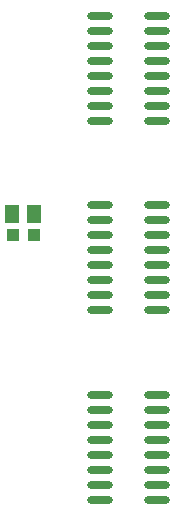
<source format=gtp>
%FSDAX24Y24*%
%MOIN*%
%SFA1B1*%

%IPPOS*%
%ADD11O,0.086600X0.023600*%
%ADD12R,0.043300X0.039400*%
%ADD13R,0.051200X0.059100*%
%LNde-270124-1*%
%LPD*%
G54D11*
X061510Y029550D03*
Y029050D03*
Y028550D03*
Y028050D03*
Y027550D03*
Y027050D03*
Y026550D03*
Y026050D03*
X063400Y029550D03*
Y029050D03*
Y028550D03*
Y028050D03*
Y027550D03*
Y027050D03*
Y026550D03*
Y026050D03*
X061510Y023225D03*
Y022725D03*
Y022225D03*
Y021725D03*
Y021225D03*
Y020725D03*
Y020225D03*
Y019725D03*
X063400Y023225D03*
Y022725D03*
Y022225D03*
Y021725D03*
Y021225D03*
Y020725D03*
Y020225D03*
Y019725D03*
X061510Y016900D03*
Y016400D03*
Y015900D03*
Y015400D03*
Y014900D03*
Y014400D03*
Y013900D03*
Y013400D03*
X063400Y016900D03*
Y016400D03*
Y015900D03*
Y015400D03*
Y014900D03*
Y014400D03*
Y013900D03*
Y013400D03*
G54D12*
X059300Y022250D03*
X058631D03*
G54D13*
X058576Y022950D03*
X059324D03*
M02*
</source>
